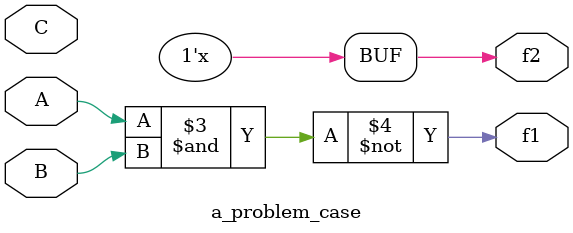
<source format=v>
module a_problem_case(A,B,C,f1,f2);
   input A, B, C;
   output f1, f2;
   wire A,B,C;
   reg f1,f2;
   always @(A or B or C)
   begin
     f2=f1^f2;
     f1=~(A&B);
   end
endmodule
</source>
